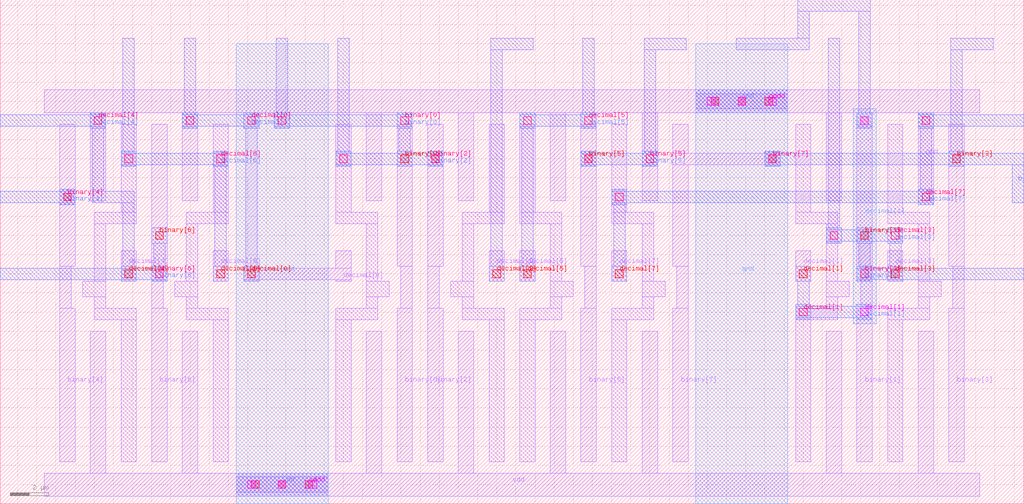
<source format=lef>
VERSION 5.7 ;
  NOWIREEXTENSIONATPIN ON ;
  DIVIDERCHAR "/" ;
  BUSBITCHARS "[]" ;
MACRO dec_to_bin
  CLASS BLOCK ;
  FOREIGN dec_to_bin ;
  ORIGIN 1.900 0.000 ;
  SIZE 53.400 BY 26.300 ;
  PIN vdd
    USE POWER ;
    PORT
      LAYER metal1 ;
        RECT 2.800 1.600 3.600 9.000 ;
        RECT 7.600 1.600 8.400 9.000 ;
        RECT 17.200 1.600 18.000 9.000 ;
        RECT 22.000 1.600 22.800 9.000 ;
        RECT 26.800 1.600 27.600 9.000 ;
        RECT 31.600 1.600 32.400 9.000 ;
        RECT 41.200 1.600 42.000 9.000 ;
        RECT 46.000 1.600 46.800 9.000 ;
        RECT 0.400 0.400 49.200 1.600 ;
      LAYER via1 ;
        RECT 11.200 0.800 11.600 1.200 ;
        RECT 12.600 0.800 13.000 1.200 ;
        RECT 14.000 0.800 14.400 1.200 ;
      LAYER metal2 ;
        RECT 10.400 0.600 15.200 1.400 ;
      LAYER via2 ;
        RECT 11.200 0.800 11.600 1.200 ;
        RECT 12.600 0.800 13.000 1.200 ;
        RECT 14.000 0.800 14.400 1.200 ;
      LAYER metal3 ;
        RECT 10.400 0.400 15.200 1.600 ;
      LAYER via3 ;
        RECT 11.000 0.800 11.400 1.200 ;
        RECT 12.600 0.800 13.000 1.200 ;
        RECT 14.200 0.800 14.600 1.200 ;
      LAYER metal4 ;
        RECT 10.400 0.000 15.200 24.000 ;
    END
  END vdd
  PIN gnd
    USE GROUND ;
    PORT
      LAYER metal1 ;
        RECT 0.400 20.400 49.200 21.600 ;
        RECT 2.800 15.800 3.600 20.400 ;
        RECT 7.600 15.800 8.400 20.400 ;
        RECT 17.200 15.800 18.000 20.400 ;
        RECT 22.000 15.800 22.800 20.400 ;
        RECT 26.800 15.800 27.600 20.400 ;
        RECT 31.600 15.800 32.400 20.400 ;
        RECT 41.200 15.800 42.000 20.400 ;
        RECT 46.000 15.800 46.800 20.400 ;
      LAYER via1 ;
        RECT 35.200 20.800 35.600 21.200 ;
        RECT 36.600 20.800 37.000 21.200 ;
        RECT 38.000 20.800 38.400 21.200 ;
      LAYER metal2 ;
        RECT 34.400 20.600 39.200 21.400 ;
      LAYER via2 ;
        RECT 35.200 20.800 35.600 21.200 ;
        RECT 36.600 20.800 37.000 21.200 ;
        RECT 38.000 20.800 38.400 21.200 ;
      LAYER metal3 ;
        RECT 34.400 20.400 39.200 21.600 ;
      LAYER via3 ;
        RECT 35.000 20.800 35.400 21.200 ;
        RECT 36.600 20.800 37.000 21.200 ;
        RECT 38.200 20.800 38.600 21.200 ;
      LAYER metal4 ;
        RECT 34.400 0.000 39.200 24.000 ;
    END
  END gnd
  PIN decimal[0]
    PORT
      LAYER metal1 ;
        RECT 10.800 12.300 11.600 12.400 ;
        RECT 15.600 12.300 16.400 13.200 ;
        RECT 10.800 11.700 16.400 12.300 ;
        RECT 10.800 11.600 11.600 11.700 ;
        RECT 15.600 11.600 16.400 11.700 ;
      LAYER via1 ;
        RECT 11.000 11.800 11.400 12.200 ;
      LAYER metal2 ;
        RECT 7.700 20.400 8.300 24.300 ;
        RECT 7.600 19.600 8.400 20.400 ;
        RECT 10.800 19.600 11.600 20.400 ;
        RECT 10.900 12.400 11.500 19.600 ;
        RECT 10.800 11.600 11.600 12.400 ;
      LAYER via2 ;
        RECT 7.800 19.800 8.200 20.200 ;
        RECT 11.000 19.800 11.400 20.200 ;
      LAYER metal3 ;
        RECT 7.600 20.300 8.400 20.400 ;
        RECT 10.800 20.300 11.600 20.400 ;
        RECT 7.600 19.700 11.600 20.300 ;
        RECT 7.600 19.600 8.400 19.700 ;
        RECT 10.800 19.600 11.600 19.700 ;
    END
  END decimal[0]
  PIN decimal[1]
    PORT
      LAYER metal1 ;
        RECT 39.600 11.600 40.400 13.200 ;
      LAYER via1 ;
        RECT 39.800 11.800 40.200 12.200 ;
      LAYER metal2 ;
        RECT 39.700 25.700 43.500 26.300 ;
        RECT 39.700 24.300 40.300 25.700 ;
        RECT 36.500 23.700 40.300 24.300 ;
        RECT 42.900 20.400 43.500 25.700 ;
        RECT 42.800 19.600 43.600 20.400 ;
        RECT 39.600 11.600 40.400 12.400 ;
        RECT 39.700 10.400 40.300 11.600 ;
        RECT 39.600 9.600 40.400 10.400 ;
      LAYER via2 ;
        RECT 43.000 19.800 43.400 20.200 ;
        RECT 39.800 9.800 40.200 10.200 ;
      LAYER metal3 ;
        RECT 42.800 19.600 43.600 20.400 ;
        RECT 39.600 10.300 40.400 10.400 ;
        RECT 42.800 10.300 43.600 10.400 ;
        RECT 39.600 9.700 43.600 10.300 ;
        RECT 39.600 9.600 40.400 9.700 ;
        RECT 42.800 9.600 43.600 9.700 ;
      LAYER via3 ;
        RECT 43.000 19.800 43.400 20.200 ;
        RECT 43.000 9.800 43.400 10.200 ;
      LAYER metal4 ;
        RECT 42.600 9.400 43.800 20.600 ;
    END
  END decimal[1]
  PIN decimal[2]
    PORT
      LAYER metal1 ;
        RECT 23.600 11.600 24.400 13.200 ;
      LAYER via1 ;
        RECT 23.800 11.800 24.200 12.200 ;
      LAYER metal2 ;
        RECT 23.700 23.700 25.900 24.300 ;
        RECT 23.700 12.400 24.300 23.700 ;
        RECT 23.600 11.600 24.400 12.400 ;
    END
  END decimal[2]
  PIN decimal[3]
    PORT
      LAYER metal1 ;
        RECT 44.400 11.600 45.200 13.200 ;
      LAYER via1 ;
        RECT 44.600 11.800 45.000 12.200 ;
      LAYER metal2 ;
        RECT 41.300 14.400 41.900 24.300 ;
        RECT 41.200 13.600 42.000 14.400 ;
        RECT 44.400 13.600 45.200 14.400 ;
        RECT 44.500 12.400 45.100 13.600 ;
        RECT 44.400 11.600 45.200 12.400 ;
      LAYER via2 ;
        RECT 41.400 13.800 41.800 14.200 ;
        RECT 44.600 13.800 45.000 14.200 ;
      LAYER metal3 ;
        RECT 41.200 14.300 42.000 14.400 ;
        RECT 44.400 14.300 45.200 14.400 ;
        RECT 41.200 13.700 45.200 14.300 ;
        RECT 41.200 13.600 42.000 13.700 ;
        RECT 44.400 13.600 45.200 13.700 ;
    END
  END decimal[3]
  PIN decimal[4]
    PORT
      LAYER metal1 ;
        RECT 4.400 11.600 5.200 13.200 ;
      LAYER via1 ;
        RECT 4.600 11.800 5.000 12.200 ;
      LAYER metal2 ;
        RECT 2.800 19.600 3.600 20.400 ;
        RECT 2.900 16.300 3.500 19.600 ;
        RECT 2.900 15.700 5.100 16.300 ;
        RECT 4.500 12.400 5.100 15.700 ;
        RECT 4.400 11.600 5.200 12.400 ;
      LAYER via2 ;
        RECT 3.000 19.800 3.400 20.200 ;
      LAYER metal3 ;
        RECT 2.800 20.300 3.600 20.400 ;
        RECT -1.900 19.700 3.600 20.300 ;
        RECT 2.800 19.600 3.600 19.700 ;
    END
  END decimal[4]
  PIN decimal[5]
    PORT
      LAYER metal1 ;
        RECT 25.200 11.600 26.000 13.200 ;
      LAYER via1 ;
        RECT 25.400 11.800 25.800 12.200 ;
      LAYER metal2 ;
        RECT 28.500 20.400 29.100 24.300 ;
        RECT 25.200 19.600 26.000 20.400 ;
        RECT 28.400 19.600 29.200 20.400 ;
        RECT 25.300 12.400 25.900 19.600 ;
        RECT 25.200 11.600 26.000 12.400 ;
      LAYER via2 ;
        RECT 25.400 19.800 25.800 20.200 ;
        RECT 28.600 19.800 29.000 20.200 ;
      LAYER metal3 ;
        RECT 25.200 20.300 26.000 20.400 ;
        RECT 28.400 20.300 29.200 20.400 ;
        RECT 25.200 19.700 29.200 20.300 ;
        RECT 25.200 19.600 26.000 19.700 ;
        RECT 28.400 19.600 29.200 19.700 ;
    END
  END decimal[5]
  PIN decimal[6]
    PORT
      LAYER metal1 ;
        RECT 9.200 11.600 10.000 13.200 ;
      LAYER via1 ;
        RECT 9.400 11.800 9.800 12.200 ;
      LAYER metal2 ;
        RECT 4.500 18.400 5.100 24.300 ;
        RECT 4.400 17.600 5.200 18.400 ;
        RECT 9.200 17.600 10.000 18.400 ;
        RECT 9.300 12.400 9.900 17.600 ;
        RECT 9.200 11.600 10.000 12.400 ;
      LAYER via2 ;
        RECT 4.600 17.800 5.000 18.200 ;
        RECT 9.400 17.800 9.800 18.200 ;
      LAYER metal3 ;
        RECT 4.400 18.300 5.200 18.400 ;
        RECT 9.200 18.300 10.000 18.400 ;
        RECT 4.400 17.700 10.000 18.300 ;
        RECT 4.400 17.600 5.200 17.700 ;
        RECT 9.200 17.600 10.000 17.700 ;
    END
  END decimal[6]
  PIN decimal[7]
    PORT
      LAYER metal1 ;
        RECT 30.000 11.600 30.800 13.200 ;
      LAYER via1 ;
        RECT 30.200 11.800 30.600 12.200 ;
      LAYER metal2 ;
        RECT 46.000 19.600 46.800 20.400 ;
        RECT 46.100 16.400 46.700 19.600 ;
        RECT 30.000 15.600 30.800 16.400 ;
        RECT 46.000 15.600 46.800 16.400 ;
        RECT 30.100 12.400 30.700 15.600 ;
        RECT 30.000 11.600 30.800 12.400 ;
      LAYER via2 ;
        RECT 46.200 19.800 46.600 20.200 ;
        RECT 30.200 15.800 30.600 16.200 ;
        RECT 46.200 15.800 46.600 16.200 ;
      LAYER metal3 ;
        RECT 46.000 20.300 46.800 20.400 ;
        RECT 46.000 19.700 51.500 20.300 ;
        RECT 46.000 19.600 46.800 19.700 ;
        RECT 30.000 16.300 30.800 16.400 ;
        RECT 46.000 16.300 46.800 16.400 ;
        RECT 30.000 15.700 46.800 16.300 ;
        RECT 30.000 15.600 30.800 15.700 ;
        RECT 46.000 15.600 46.800 15.700 ;
    END
  END decimal[7]
  PIN binary[0]
    PORT
      LAYER metal1 ;
        RECT 18.800 12.400 19.600 19.800 ;
        RECT 19.000 10.200 19.600 12.400 ;
        RECT 18.800 2.200 19.600 10.200 ;
      LAYER via1 ;
        RECT 19.000 17.800 19.400 18.200 ;
      LAYER metal2 ;
        RECT 12.500 20.400 13.100 24.300 ;
        RECT 12.400 19.600 13.200 20.400 ;
        RECT 18.800 19.600 19.600 20.400 ;
        RECT 18.900 18.400 19.500 19.600 ;
        RECT 18.800 17.600 19.600 18.400 ;
      LAYER via2 ;
        RECT 12.600 19.800 13.000 20.200 ;
        RECT 19.000 19.800 19.400 20.200 ;
      LAYER metal3 ;
        RECT 12.400 20.300 13.200 20.400 ;
        RECT 18.800 20.300 19.600 20.400 ;
        RECT 12.400 19.700 19.600 20.300 ;
        RECT 12.400 19.600 13.200 19.700 ;
        RECT 18.800 19.600 19.600 19.700 ;
    END
  END binary[0]
  PIN binary[1]
    PORT
      LAYER metal1 ;
        RECT 42.800 12.400 43.600 19.800 ;
        RECT 43.000 10.200 43.600 12.400 ;
        RECT 42.800 2.200 43.600 10.200 ;
      LAYER via1 ;
        RECT 43.000 13.800 43.400 14.200 ;
      LAYER metal2 ;
        RECT 42.800 13.600 43.600 14.400 ;
        RECT 42.900 12.400 43.500 13.600 ;
        RECT 42.800 11.600 43.600 12.400 ;
      LAYER via2 ;
        RECT 43.000 11.800 43.400 12.200 ;
      LAYER metal3 ;
        RECT 42.800 12.300 43.600 12.400 ;
        RECT 42.800 11.700 51.500 12.300 ;
        RECT 42.800 11.600 43.600 11.700 ;
    END
  END binary[1]
  PIN binary[2]
    PORT
      LAYER metal1 ;
        RECT 20.400 12.400 21.200 19.800 ;
        RECT 20.400 10.200 21.000 12.400 ;
        RECT 20.400 2.200 21.200 10.200 ;
      LAYER via1 ;
        RECT 20.600 17.800 21.000 18.200 ;
      LAYER metal2 ;
        RECT 15.700 18.400 16.300 24.300 ;
        RECT 15.600 17.600 16.400 18.400 ;
        RECT 20.400 17.600 21.200 18.400 ;
      LAYER via2 ;
        RECT 15.800 17.800 16.200 18.200 ;
        RECT 20.600 17.800 21.000 18.200 ;
      LAYER metal3 ;
        RECT 15.600 18.300 16.400 18.400 ;
        RECT 20.400 18.300 21.200 18.400 ;
        RECT 15.600 17.700 21.200 18.300 ;
        RECT 15.600 17.600 16.400 17.700 ;
        RECT 20.400 17.600 21.200 17.700 ;
    END
  END binary[2]
  PIN binary[3]
    PORT
      LAYER metal1 ;
        RECT 47.600 12.400 48.400 19.800 ;
        RECT 47.800 10.200 48.400 12.400 ;
        RECT 47.600 2.200 48.400 10.200 ;
      LAYER via1 ;
        RECT 47.800 17.800 48.200 18.200 ;
      LAYER metal2 ;
        RECT 47.700 23.700 49.900 24.300 ;
        RECT 47.700 18.400 48.300 23.700 ;
        RECT 47.600 17.600 48.400 18.400 ;
    END
  END binary[3]
  PIN binary[4]
    PORT
      LAYER metal1 ;
        RECT 1.200 12.400 2.000 19.800 ;
        RECT 1.200 10.200 1.800 12.400 ;
        RECT 1.200 2.200 2.000 10.200 ;
      LAYER via1 ;
        RECT 1.400 15.800 1.800 16.200 ;
      LAYER metal2 ;
        RECT 1.200 15.600 2.000 16.400 ;
      LAYER via2 ;
        RECT 1.400 15.800 1.800 16.200 ;
      LAYER metal3 ;
        RECT 1.200 16.300 2.000 16.400 ;
        RECT -1.900 15.700 2.000 16.300 ;
        RECT 1.200 15.600 2.000 15.700 ;
    END
  END binary[4]
  PIN binary[5]
    PORT
      LAYER metal1 ;
        RECT 28.400 12.400 29.200 19.800 ;
        RECT 28.600 10.200 29.200 12.400 ;
        RECT 28.400 2.200 29.200 10.200 ;
      LAYER via1 ;
        RECT 28.600 17.800 29.000 18.200 ;
      LAYER metal2 ;
        RECT 31.700 23.700 33.900 24.300 ;
        RECT 31.700 18.400 32.300 23.700 ;
        RECT 28.400 17.600 29.200 18.400 ;
        RECT 31.600 17.600 32.400 18.400 ;
      LAYER via2 ;
        RECT 28.600 17.800 29.000 18.200 ;
        RECT 31.800 17.800 32.200 18.200 ;
      LAYER metal3 ;
        RECT 28.400 18.300 29.200 18.400 ;
        RECT 31.600 18.300 32.400 18.400 ;
        RECT 28.400 17.700 32.400 18.300 ;
        RECT 28.400 17.600 29.200 17.700 ;
        RECT 31.600 17.600 32.400 17.700 ;
    END
  END binary[5]
  PIN binary[6]
    PORT
      LAYER metal1 ;
        RECT 6.000 12.400 6.800 19.800 ;
        RECT 6.000 10.200 6.600 12.400 ;
        RECT 6.000 2.200 6.800 10.200 ;
      LAYER via1 ;
        RECT 6.200 13.800 6.600 14.200 ;
      LAYER metal2 ;
        RECT 6.000 13.600 6.800 14.400 ;
        RECT 6.100 12.400 6.700 13.600 ;
        RECT 6.000 11.600 6.800 12.400 ;
      LAYER via2 ;
        RECT 6.200 11.800 6.600 12.200 ;
      LAYER metal3 ;
        RECT 6.000 12.300 6.800 12.400 ;
        RECT -1.900 11.700 6.800 12.300 ;
        RECT 6.000 11.600 6.800 11.700 ;
    END
  END binary[6]
  PIN binary[7]
    PORT
      LAYER metal1 ;
        RECT 33.200 18.300 34.000 19.800 ;
        RECT 38.000 18.300 38.800 18.400 ;
        RECT 33.200 17.700 38.800 18.300 ;
        RECT 33.200 12.400 34.000 17.700 ;
        RECT 38.000 17.600 38.800 17.700 ;
        RECT 33.400 10.200 34.000 12.400 ;
        RECT 33.200 2.200 34.000 10.200 ;
      LAYER via1 ;
        RECT 38.200 17.800 38.600 18.200 ;
      LAYER metal2 ;
        RECT 38.000 17.600 38.800 18.400 ;
      LAYER via2 ;
        RECT 38.200 17.800 38.600 18.200 ;
      LAYER metal3 ;
        RECT 38.000 18.300 38.800 18.400 ;
        RECT 38.000 17.700 51.500 18.300 ;
        RECT 38.000 17.600 38.800 17.700 ;
        RECT 50.900 15.700 51.500 17.700 ;
    END
  END binary[7]
  OBS
      LAYER metal1 ;
        RECT 4.400 15.200 5.200 19.800 ;
        RECT 9.200 15.200 10.000 19.800 ;
        RECT 3.000 14.600 5.200 15.200 ;
        RECT 7.800 14.600 10.000 15.200 ;
        RECT 15.600 15.200 16.400 19.800 ;
        RECT 23.600 15.200 24.400 19.800 ;
        RECT 15.600 14.600 17.800 15.200 ;
        RECT 3.000 11.600 3.600 14.600 ;
        RECT 7.800 11.600 8.400 14.600 ;
        RECT 2.400 10.800 3.600 11.600 ;
        RECT 7.200 10.800 8.400 11.600 ;
        RECT 3.000 10.200 3.600 10.800 ;
        RECT 7.800 10.200 8.400 10.800 ;
        RECT 17.200 11.600 17.800 14.600 ;
        RECT 22.200 14.600 24.400 15.200 ;
        RECT 25.200 15.200 26.000 19.800 ;
        RECT 30.000 15.200 30.800 19.800 ;
        RECT 39.600 15.200 40.400 19.800 ;
        RECT 44.400 15.200 45.200 19.800 ;
        RECT 25.200 14.600 27.400 15.200 ;
        RECT 30.000 14.600 32.200 15.200 ;
        RECT 39.600 14.600 41.800 15.200 ;
        RECT 44.400 14.600 46.600 15.200 ;
        RECT 22.200 11.600 22.800 14.600 ;
        RECT 17.200 10.800 18.400 11.600 ;
        RECT 21.600 10.800 22.800 11.600 ;
        RECT 17.200 10.200 17.800 10.800 ;
        RECT 3.000 9.600 5.200 10.200 ;
        RECT 7.800 9.600 10.000 10.200 ;
        RECT 4.400 2.200 5.200 9.600 ;
        RECT 9.200 2.200 10.000 9.600 ;
        RECT 15.600 9.600 17.800 10.200 ;
        RECT 22.200 10.200 22.800 10.800 ;
        RECT 26.800 11.600 27.400 14.600 ;
        RECT 31.600 11.600 32.200 14.600 ;
        RECT 41.200 11.600 41.800 14.600 ;
        RECT 46.000 11.600 46.600 14.600 ;
        RECT 26.800 10.800 28.000 11.600 ;
        RECT 31.600 10.800 32.800 11.600 ;
        RECT 41.200 10.800 42.400 11.600 ;
        RECT 46.000 10.800 47.200 11.600 ;
        RECT 26.800 10.200 27.400 10.800 ;
        RECT 31.600 10.200 32.200 10.800 ;
        RECT 41.200 10.200 41.800 10.800 ;
        RECT 46.000 10.200 46.600 10.800 ;
        RECT 22.200 9.600 24.400 10.200 ;
        RECT 15.600 2.200 16.400 9.600 ;
        RECT 23.600 2.200 24.400 9.600 ;
        RECT 25.200 9.600 27.400 10.200 ;
        RECT 30.000 9.600 32.200 10.200 ;
        RECT 39.600 9.600 41.800 10.200 ;
        RECT 44.400 9.600 46.600 10.200 ;
        RECT 25.200 2.200 26.000 9.600 ;
        RECT 30.000 2.200 30.800 9.600 ;
        RECT 39.600 2.200 40.400 9.600 ;
        RECT 44.400 2.200 45.200 9.600 ;
  END
END dec_to_bin
END LIBRARY


</source>
